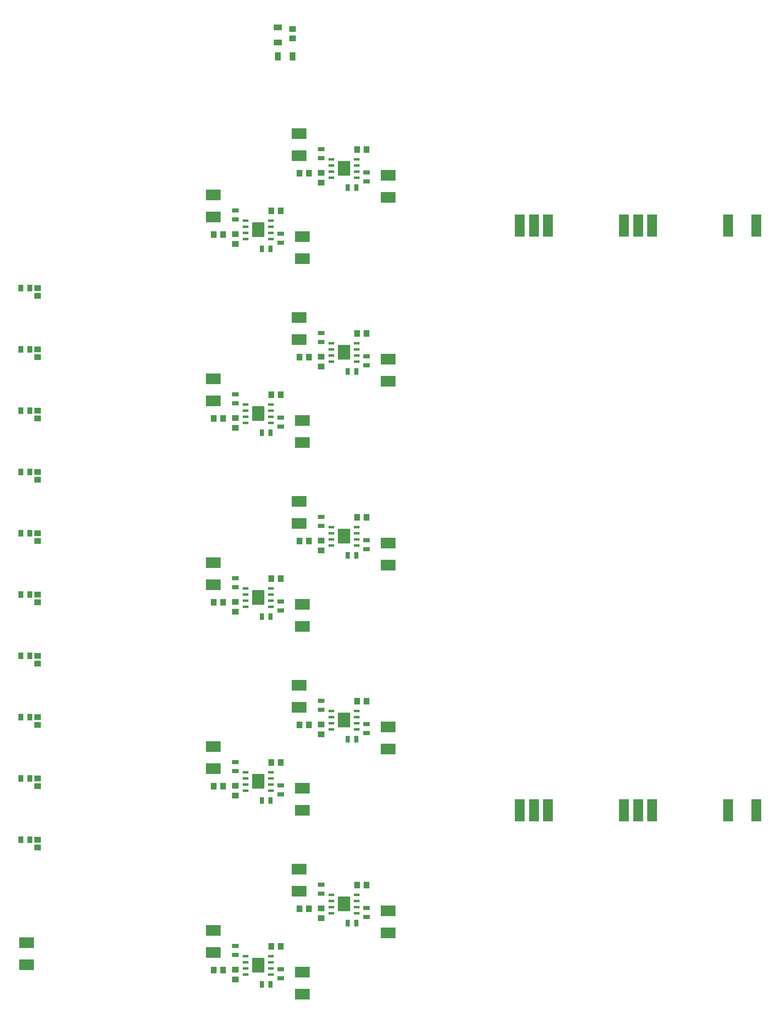
<source format=gbr>
%TF.GenerationSoftware,Altium Limited,Altium Designer,25.0.2 (28)*%
G04 Layer_Color=128*
%FSLAX45Y45*%
%MOMM*%
%TF.SameCoordinates,B88DCB4E-FD68-4634-876E-9F1E0B8218E1*%
%TF.FilePolarity,Positive*%
%TF.FileFunction,Paste,Bot*%
%TF.Part,Single*%
G01*
G75*
%TA.AperFunction,SMDPad,CuDef*%
%ADD10R,3.04800X2.28600*%
%ADD11R,0.95000X1.40000*%
%ADD12R,1.80000X1.30000*%
%ADD13R,1.40000X0.95000*%
%ADD14R,1.45000X1.20000*%
%ADD16R,1.20000X1.45000*%
%ADD17R,2.03200X4.57200*%
G04:AMPARAMS|DCode=19|XSize=0.55mm|YSize=1.25mm|CornerRadius=0.0495mm|HoleSize=0mm|Usage=FLASHONLY|Rotation=90.000|XOffset=0mm|YOffset=0mm|HoleType=Round|Shape=RoundedRectangle|*
%AMROUNDEDRECTD19*
21,1,0.55000,1.15100,0,0,90.0*
21,1,0.45100,1.25000,0,0,90.0*
1,1,0.09900,0.57550,0.22550*
1,1,0.09900,0.57550,-0.22550*
1,1,0.09900,-0.57550,-0.22550*
1,1,0.09900,-0.57550,0.22550*
%
%ADD19ROUNDEDRECTD19*%
%ADD20R,1.45000X1.30000*%
%ADD21R,1.00000X1.35000*%
%ADD61R,1.30000X1.80000*%
%TA.AperFunction,OtherPad,Pad U19-9 (119.38mm,72.39mm)*%
G04:AMPARAMS|DCode=101|XSize=2.49mm|YSize=3mm|CornerRadius=0.0498mm|HoleSize=0mm|Usage=FLASHONLY|Rotation=0.000|XOffset=0mm|YOffset=0mm|HoleType=Round|Shape=RoundedRectangle|*
%AMROUNDEDRECTD101*
21,1,2.49000,2.90040,0,0,0.0*
21,1,2.39040,3.00000,0,0,0.0*
1,1,0.09960,1.19520,-1.45020*
1,1,0.09960,-1.19520,-1.45020*
1,1,0.09960,-1.19520,1.45020*
1,1,0.09960,1.19520,1.45020*
%
%ADD101ROUNDEDRECTD101*%
%TA.AperFunction,OtherPad,Pad U17-9 (119.38mm,110.49mm)*%
G04:AMPARAMS|DCode=102|XSize=2.49mm|YSize=3mm|CornerRadius=0.0498mm|HoleSize=0mm|Usage=FLASHONLY|Rotation=0.000|XOffset=0mm|YOffset=0mm|HoleType=Round|Shape=RoundedRectangle|*
%AMROUNDEDRECTD102*
21,1,2.49000,2.90040,0,0,0.0*
21,1,2.39040,3.00000,0,0,0.0*
1,1,0.09960,1.19520,-1.45020*
1,1,0.09960,-1.19520,-1.45020*
1,1,0.09960,-1.19520,1.45020*
1,1,0.09960,1.19520,1.45020*
%
%ADD102ROUNDEDRECTD102*%
%TA.AperFunction,OtherPad,Pad U11-9 (119.38mm,224.79mm)*%
G04:AMPARAMS|DCode=103|XSize=2.49mm|YSize=3mm|CornerRadius=0.0498mm|HoleSize=0mm|Usage=FLASHONLY|Rotation=0.000|XOffset=0mm|YOffset=0mm|HoleType=Round|Shape=RoundedRectangle|*
%AMROUNDEDRECTD103*
21,1,2.49000,2.90040,0,0,0.0*
21,1,2.39040,3.00000,0,0,0.0*
1,1,0.09960,1.19520,-1.45020*
1,1,0.09960,-1.19520,-1.45020*
1,1,0.09960,-1.19520,1.45020*
1,1,0.09960,1.19520,1.45020*
%
%ADD103ROUNDEDRECTD103*%
%TA.AperFunction,OtherPad,Pad U13-9 (119.38mm,186.69mm)*%
G04:AMPARAMS|DCode=104|XSize=2.49mm|YSize=3mm|CornerRadius=0.0498mm|HoleSize=0mm|Usage=FLASHONLY|Rotation=0.000|XOffset=0mm|YOffset=0mm|HoleType=Round|Shape=RoundedRectangle|*
%AMROUNDEDRECTD104*
21,1,2.49000,2.90040,0,0,0.0*
21,1,2.39040,3.00000,0,0,0.0*
1,1,0.09960,1.19520,-1.45020*
1,1,0.09960,-1.19520,-1.45020*
1,1,0.09960,-1.19520,1.45020*
1,1,0.09960,1.19520,1.45020*
%
%ADD104ROUNDEDRECTD104*%
%TA.AperFunction,OtherPad,Pad U15-9 (119.38mm,148.59mm)*%
G04:AMPARAMS|DCode=105|XSize=2.49mm|YSize=3mm|CornerRadius=0.0498mm|HoleSize=0mm|Usage=FLASHONLY|Rotation=0.000|XOffset=0mm|YOffset=0mm|HoleType=Round|Shape=RoundedRectangle|*
%AMROUNDEDRECTD105*
21,1,2.49000,2.90040,0,0,0.0*
21,1,2.39040,3.00000,0,0,0.0*
1,1,0.09960,1.19520,-1.45020*
1,1,0.09960,-1.19520,-1.45020*
1,1,0.09960,-1.19520,1.45020*
1,1,0.09960,1.19520,1.45020*
%
%ADD105ROUNDEDRECTD105*%
%TA.AperFunction,OtherPad,Pad U20-9 (101.6mm,59.69mm)*%
G04:AMPARAMS|DCode=106|XSize=2.49mm|YSize=3mm|CornerRadius=0.0498mm|HoleSize=0mm|Usage=FLASHONLY|Rotation=0.000|XOffset=0mm|YOffset=0mm|HoleType=Round|Shape=RoundedRectangle|*
%AMROUNDEDRECTD106*
21,1,2.49000,2.90040,0,0,0.0*
21,1,2.39040,3.00000,0,0,0.0*
1,1,0.09960,1.19520,-1.45020*
1,1,0.09960,-1.19520,-1.45020*
1,1,0.09960,-1.19520,1.45020*
1,1,0.09960,1.19520,1.45020*
%
%ADD106ROUNDEDRECTD106*%
%TA.AperFunction,OtherPad,Pad U18-9 (101.6mm,97.79mm)*%
G04:AMPARAMS|DCode=107|XSize=2.49mm|YSize=3mm|CornerRadius=0.0498mm|HoleSize=0mm|Usage=FLASHONLY|Rotation=0.000|XOffset=0mm|YOffset=0mm|HoleType=Round|Shape=RoundedRectangle|*
%AMROUNDEDRECTD107*
21,1,2.49000,2.90040,0,0,0.0*
21,1,2.39040,3.00000,0,0,0.0*
1,1,0.09960,1.19520,-1.45020*
1,1,0.09960,-1.19520,-1.45020*
1,1,0.09960,-1.19520,1.45020*
1,1,0.09960,1.19520,1.45020*
%
%ADD107ROUNDEDRECTD107*%
%TA.AperFunction,OtherPad,Pad U12-9 (101.6mm,212.09mm)*%
G04:AMPARAMS|DCode=108|XSize=2.49mm|YSize=3mm|CornerRadius=0.0498mm|HoleSize=0mm|Usage=FLASHONLY|Rotation=0.000|XOffset=0mm|YOffset=0mm|HoleType=Round|Shape=RoundedRectangle|*
%AMROUNDEDRECTD108*
21,1,2.49000,2.90040,0,0,0.0*
21,1,2.39040,3.00000,0,0,0.0*
1,1,0.09960,1.19520,-1.45020*
1,1,0.09960,-1.19520,-1.45020*
1,1,0.09960,-1.19520,1.45020*
1,1,0.09960,1.19520,1.45020*
%
%ADD108ROUNDEDRECTD108*%
%TA.AperFunction,OtherPad,Pad U14-9 (101.6mm,173.99mm)*%
G04:AMPARAMS|DCode=109|XSize=2.49mm|YSize=3mm|CornerRadius=0.0498mm|HoleSize=0mm|Usage=FLASHONLY|Rotation=0.000|XOffset=0mm|YOffset=0mm|HoleType=Round|Shape=RoundedRectangle|*
%AMROUNDEDRECTD109*
21,1,2.49000,2.90040,0,0,0.0*
21,1,2.39040,3.00000,0,0,0.0*
1,1,0.09960,1.19520,-1.45020*
1,1,0.09960,-1.19520,-1.45020*
1,1,0.09960,-1.19520,1.45020*
1,1,0.09960,1.19520,1.45020*
%
%ADD109ROUNDEDRECTD109*%
%TA.AperFunction,OtherPad,Pad U16-9 (101.6mm,135.89mm)*%
G04:AMPARAMS|DCode=110|XSize=2.49mm|YSize=3mm|CornerRadius=0.0498mm|HoleSize=0mm|Usage=FLASHONLY|Rotation=0.000|XOffset=0mm|YOffset=0mm|HoleType=Round|Shape=RoundedRectangle|*
%AMROUNDEDRECTD110*
21,1,2.49000,2.90040,0,0,0.0*
21,1,2.39040,3.00000,0,0,0.0*
1,1,0.09960,1.19520,-1.45020*
1,1,0.09960,-1.19520,-1.45020*
1,1,0.09960,-1.19520,1.45020*
1,1,0.09960,1.19520,1.45020*
%
%ADD110ROUNDEDRECTD110*%
D10*
X5358222Y5981700D02*
D03*
Y6438900D02*
D03*
X11010900Y15582899D02*
D03*
Y15125700D02*
D03*
X12852400Y6642100D02*
D03*
Y7099300D02*
D03*
Y10452100D02*
D03*
Y10909300D02*
D03*
Y21882100D02*
D03*
Y22339301D02*
D03*
Y18072099D02*
D03*
Y18529300D02*
D03*
Y14262100D02*
D03*
Y14719299D02*
D03*
X11074400Y5372100D02*
D03*
Y5829300D02*
D03*
Y9182100D02*
D03*
Y9639300D02*
D03*
Y20612100D02*
D03*
Y21069299D02*
D03*
Y16802100D02*
D03*
Y17259300D02*
D03*
X9232900Y6692900D02*
D03*
Y6235700D02*
D03*
Y10502900D02*
D03*
Y10045700D02*
D03*
Y21932899D02*
D03*
Y21475700D02*
D03*
Y18122900D02*
D03*
Y17665700D02*
D03*
X11074400Y12992101D02*
D03*
Y13449300D02*
D03*
X9232900Y14312900D02*
D03*
Y13855701D02*
D03*
X11010900Y19392900D02*
D03*
Y18935699D02*
D03*
Y11772900D02*
D03*
Y11315700D02*
D03*
Y23202901D02*
D03*
Y22745700D02*
D03*
Y7962900D02*
D03*
Y7505700D02*
D03*
D11*
X12010600Y6845300D02*
D03*
X12195600D02*
D03*
X12010600Y10655300D02*
D03*
X12195600D02*
D03*
X12010600Y22085300D02*
D03*
X12195600D02*
D03*
X12010600Y18275301D02*
D03*
X12195600D02*
D03*
X12010600Y14465300D02*
D03*
X12195600D02*
D03*
X10232600Y5575300D02*
D03*
X10417600D02*
D03*
X10232600Y9385300D02*
D03*
X10417600D02*
D03*
X10232600Y20815300D02*
D03*
X10417600D02*
D03*
X10232600Y17005299D02*
D03*
X10417600D02*
D03*
X10232600Y13195300D02*
D03*
X10417600D02*
D03*
D12*
X10566400Y25402600D02*
D03*
Y25092599D02*
D03*
D13*
X11468100Y7451300D02*
D03*
Y7636300D02*
D03*
Y11261300D02*
D03*
Y11446300D02*
D03*
Y22691299D02*
D03*
Y22876300D02*
D03*
Y18881300D02*
D03*
Y19066299D02*
D03*
Y15071300D02*
D03*
Y15256300D02*
D03*
X12407900Y7153700D02*
D03*
Y6968700D02*
D03*
Y10963700D02*
D03*
Y10778700D02*
D03*
Y22393700D02*
D03*
Y22208701D02*
D03*
Y18583701D02*
D03*
Y18398700D02*
D03*
Y14773700D02*
D03*
Y14588699D02*
D03*
X10629900Y21123700D02*
D03*
Y20938699D02*
D03*
Y5883700D02*
D03*
Y5698700D02*
D03*
Y9693700D02*
D03*
Y9508700D02*
D03*
Y17313699D02*
D03*
Y17128700D02*
D03*
X9690100Y6181300D02*
D03*
Y6366300D02*
D03*
Y9991300D02*
D03*
Y10176300D02*
D03*
Y21421300D02*
D03*
Y21606300D02*
D03*
Y17611301D02*
D03*
Y17796300D02*
D03*
X10629900Y13503700D02*
D03*
Y13318700D02*
D03*
X9690100Y13801300D02*
D03*
Y13986301D02*
D03*
D14*
X10871200Y25373000D02*
D03*
Y25173000D02*
D03*
X11468100Y7148500D02*
D03*
Y6948500D02*
D03*
Y10958500D02*
D03*
Y10758500D02*
D03*
Y22388499D02*
D03*
Y22188499D02*
D03*
Y18578500D02*
D03*
Y18378500D02*
D03*
Y14768500D02*
D03*
Y14568500D02*
D03*
X9690100Y5878500D02*
D03*
Y5678500D02*
D03*
Y9688500D02*
D03*
Y9488500D02*
D03*
Y21118500D02*
D03*
Y20918500D02*
D03*
Y17308501D02*
D03*
Y17108501D02*
D03*
Y13498500D02*
D03*
Y13298500D02*
D03*
D16*
X12206300Y7632700D02*
D03*
X12406300D02*
D03*
X12206300Y11442700D02*
D03*
X12406300D02*
D03*
X12206300Y22872701D02*
D03*
X12406300D02*
D03*
X12206300Y19062700D02*
D03*
X12406300D02*
D03*
X12206300Y15252699D02*
D03*
X12406300D02*
D03*
X11012500Y7137400D02*
D03*
X11212500D02*
D03*
X11012500Y10947400D02*
D03*
X11212500D02*
D03*
X11012500Y22377400D02*
D03*
X11212500D02*
D03*
X11012500Y18567400D02*
D03*
X11212500D02*
D03*
X11012500Y14757401D02*
D03*
X11212500D02*
D03*
X10428300Y13982700D02*
D03*
X10628300D02*
D03*
X9234500Y21107401D02*
D03*
X9434500D02*
D03*
X9234500Y17297400D02*
D03*
X9434500D02*
D03*
X9234500Y5867400D02*
D03*
X9434500D02*
D03*
X9234500Y9677400D02*
D03*
X9434500D02*
D03*
X10428300Y6362700D02*
D03*
X10628300D02*
D03*
X10428300Y10172700D02*
D03*
X10628300D02*
D03*
X10428300Y21602699D02*
D03*
X10628300D02*
D03*
X10428300Y17792700D02*
D03*
X10628300D02*
D03*
X9234500Y13487399D02*
D03*
X9434500D02*
D03*
D17*
X16167101Y9182100D02*
D03*
X15582899D02*
D03*
X15875000D02*
D03*
X18326100D02*
D03*
X17741901D02*
D03*
X18034000D02*
D03*
X20485100D02*
D03*
X19900900D02*
D03*
X20485100Y21297900D02*
D03*
X19900900D02*
D03*
X18326100D02*
D03*
X17741901D02*
D03*
X18034000D02*
D03*
X15875000D02*
D03*
X15582899D02*
D03*
X16167101D02*
D03*
D19*
X11675500Y7048500D02*
D03*
Y7175500D02*
D03*
Y7302500D02*
D03*
Y7429500D02*
D03*
X12200500Y7048500D02*
D03*
Y7175500D02*
D03*
Y7302500D02*
D03*
Y7429500D02*
D03*
X11675500Y10858500D02*
D03*
Y10985500D02*
D03*
Y11112500D02*
D03*
Y11239500D02*
D03*
X12200500Y10858500D02*
D03*
Y10985500D02*
D03*
Y11112500D02*
D03*
Y11239500D02*
D03*
X11675500Y22288499D02*
D03*
Y22415500D02*
D03*
Y22542500D02*
D03*
Y22669501D02*
D03*
X12200500Y22288499D02*
D03*
Y22415500D02*
D03*
Y22542500D02*
D03*
Y22669501D02*
D03*
X11675500Y18478500D02*
D03*
Y18605499D02*
D03*
Y18732500D02*
D03*
Y18859500D02*
D03*
X12200500Y18478500D02*
D03*
Y18605499D02*
D03*
Y18732500D02*
D03*
Y18859500D02*
D03*
X11675500Y14668500D02*
D03*
Y14795500D02*
D03*
Y14922501D02*
D03*
Y15049500D02*
D03*
X12200500Y14668500D02*
D03*
Y14795500D02*
D03*
Y14922501D02*
D03*
Y15049500D02*
D03*
X9897500Y5778500D02*
D03*
Y5905500D02*
D03*
Y6032500D02*
D03*
Y6159500D02*
D03*
X10422500Y5778500D02*
D03*
Y5905500D02*
D03*
Y6032500D02*
D03*
Y6159500D02*
D03*
X9897500Y9588500D02*
D03*
Y9715500D02*
D03*
Y9842500D02*
D03*
Y9969500D02*
D03*
X10422500Y9588500D02*
D03*
Y9715500D02*
D03*
Y9842500D02*
D03*
Y9969500D02*
D03*
X9897500Y21018500D02*
D03*
Y21145500D02*
D03*
Y21272501D02*
D03*
Y21399500D02*
D03*
X10422500Y21018500D02*
D03*
Y21145500D02*
D03*
Y21272501D02*
D03*
Y21399500D02*
D03*
X9897500Y17208501D02*
D03*
Y17335500D02*
D03*
Y17462500D02*
D03*
Y17589500D02*
D03*
X10422500Y17208501D02*
D03*
Y17335500D02*
D03*
Y17462500D02*
D03*
Y17589500D02*
D03*
X9897500Y13398500D02*
D03*
Y13525500D02*
D03*
Y13652499D02*
D03*
Y13779500D02*
D03*
X10422500Y13398500D02*
D03*
Y13525500D02*
D03*
Y13652499D02*
D03*
Y13779500D02*
D03*
D20*
X5588000Y8407501D02*
D03*
Y8572501D02*
D03*
Y9677501D02*
D03*
Y9842501D02*
D03*
Y10947501D02*
D03*
Y11112501D02*
D03*
Y12217501D02*
D03*
Y12382501D02*
D03*
Y13487502D02*
D03*
Y13652501D02*
D03*
Y14757501D02*
D03*
Y14922501D02*
D03*
Y16027501D02*
D03*
Y16192500D02*
D03*
Y17297501D02*
D03*
Y17462502D02*
D03*
Y18567500D02*
D03*
Y18732501D02*
D03*
Y19837502D02*
D03*
Y20002501D02*
D03*
D21*
X5424000Y8572500D02*
D03*
X5244000D02*
D03*
X5424000Y12382500D02*
D03*
X5244000D02*
D03*
X5424000Y14922501D02*
D03*
X5244000D02*
D03*
X5424000Y11112500D02*
D03*
X5244000D02*
D03*
X5424000Y9842500D02*
D03*
X5244000D02*
D03*
X5424000Y16192500D02*
D03*
X5244000D02*
D03*
X5424000Y13652499D02*
D03*
X5244000D02*
D03*
X5424000Y17462500D02*
D03*
X5244000D02*
D03*
X5424000Y20002499D02*
D03*
X5244000D02*
D03*
X5424000Y18732500D02*
D03*
X5244000D02*
D03*
D61*
X10563800Y24803101D02*
D03*
X10873800D02*
D03*
D101*
X11938000Y7239000D02*
D03*
D102*
Y11049000D02*
D03*
D103*
Y22478999D02*
D03*
D104*
Y18669000D02*
D03*
D105*
Y14859000D02*
D03*
D106*
X10160000Y5969000D02*
D03*
D107*
Y9779000D02*
D03*
D108*
Y21209000D02*
D03*
D109*
Y17399001D02*
D03*
D110*
Y13589000D02*
D03*
%TF.MD5,499b195016920aeb4a4f9dfc4c233ec0*%
M02*

</source>
